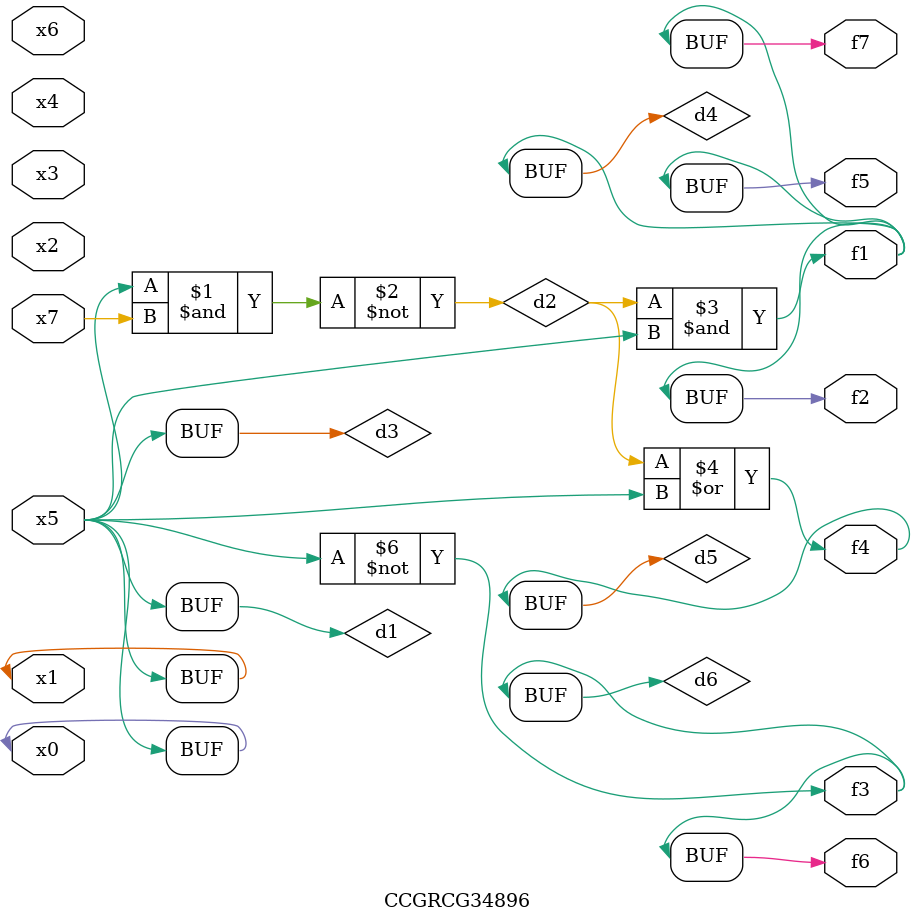
<source format=v>
module CCGRCG34896(
	input x0, x1, x2, x3, x4, x5, x6, x7,
	output f1, f2, f3, f4, f5, f6, f7
);

	wire d1, d2, d3, d4, d5, d6;

	buf (d1, x0, x5);
	nand (d2, x5, x7);
	buf (d3, x0, x1);
	and (d4, d2, d3);
	or (d5, d2, d3);
	nor (d6, d1, d3);
	assign f1 = d4;
	assign f2 = d4;
	assign f3 = d6;
	assign f4 = d5;
	assign f5 = d4;
	assign f6 = d6;
	assign f7 = d4;
endmodule

</source>
